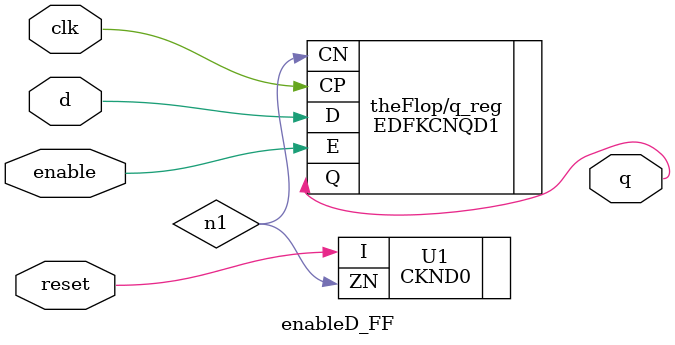
<source format=v>

module enableD_FF ( q, d, reset, enable, clk );
  input d, reset, enable, clk;
  output q;
  wire   n1;

  EDFKCNQD1 \theFlop/q_reg  ( .CN(n1), .D(d), .E(enable), .CP(clk), .Q(q) );
  CKND0 U1 ( .I(reset), .ZN(n1) );
endmodule


</source>
